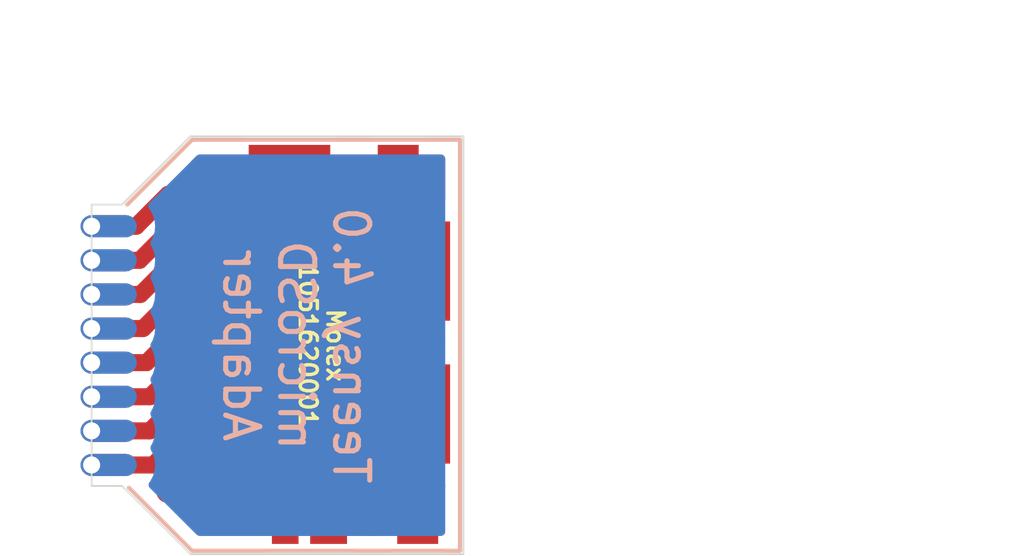
<source format=kicad_pcb>
(kicad_pcb (version 20171130) (host pcbnew "(5.1.5)-3")

  (general
    (thickness 1.6)
    (drawings 42)
    (tracks 28)
    (zones 0)
    (modules 3)
    (nets 10)
  )

  (page A4)
  (layers
    (0 F.Cu signal)
    (31 B.Cu signal)
    (32 B.Adhes user)
    (33 F.Adhes user)
    (34 B.Paste user)
    (35 F.Paste user)
    (36 B.SilkS user)
    (37 F.SilkS user)
    (38 B.Mask user)
    (39 F.Mask user)
    (40 Dwgs.User user)
    (41 Cmts.User user)
    (42 Eco1.User user)
    (43 Eco2.User user)
    (44 Edge.Cuts user)
    (45 Margin user hide)
    (46 B.CrtYd user hide)
    (47 F.CrtYd user hide)
    (48 B.Fab user hide)
    (49 F.Fab user hide)
  )

  (setup
    (last_trace_width 0.5)
    (trace_clearance 0.05)
    (zone_clearance 0.508)
    (zone_45_only no)
    (trace_min 0.2)
    (via_size 0.8)
    (via_drill 0.4)
    (via_min_size 0.4)
    (via_min_drill 0.3)
    (uvia_size 0.3)
    (uvia_drill 0.1)
    (uvias_allowed no)
    (uvia_min_size 0.2)
    (uvia_min_drill 0.1)
    (edge_width 0.05)
    (segment_width 0.2)
    (pcb_text_width 0.3)
    (pcb_text_size 1.5 1.5)
    (mod_edge_width 0.12)
    (mod_text_size 1 1)
    (mod_text_width 0.15)
    (pad_size 0.75 0.75)
    (pad_drill 0)
    (pad_to_mask_clearance 0.0508)
    (solder_mask_min_width 0.1016)
    (aux_axis_origin 0 0)
    (grid_origin 124.75 101.35)
    (visible_elements 7FFFFFFF)
    (pcbplotparams
      (layerselection 0x010f0_ffffffff)
      (usegerberextensions true)
      (usegerberattributes false)
      (usegerberadvancedattributes false)
      (creategerberjobfile false)
      (excludeedgelayer true)
      (linewidth 0.100000)
      (plotframeref false)
      (viasonmask false)
      (mode 1)
      (useauxorigin true)
      (hpglpennumber 1)
      (hpglpenspeed 20)
      (hpglpendiameter 15.000000)
      (psnegative false)
      (psa4output false)
      (plotreference true)
      (plotvalue true)
      (plotinvisibletext false)
      (padsonsilk false)
      (subtractmaskfromsilk false)
      (outputformat 1)
      (mirror false)
      (drillshape 0)
      (scaleselection 1)
      (outputdirectory "gerber/"))
  )

  (net 0 "")
  (net 1 "Net-(J1-Pad9)")
  (net 2 /DAT1)
  (net 3 /DAT0)
  (net 4 /VSS)
  (net 5 /VDD)
  (net 6 /CMD)
  (net 7 /DAT3)
  (net 8 /DAT2)
  (net 9 /CLK)

  (net_class Default "This is the default net class."
    (clearance 0.05)
    (trace_width 0.5)
    (via_dia 0.8)
    (via_drill 0.4)
    (uvia_dia 0.3)
    (uvia_drill 0.1)
    (add_net /CLK)
    (add_net /CMD)
    (add_net /DAT0)
    (add_net /DAT1)
    (add_net /DAT2)
    (add_net /DAT3)
    (add_net /VDD)
    (add_net /VSS)
    (add_net "Net-(J1-Pad9)")
  )

  (module nibelung:Teensy40_SD_Castellated (layer F.Cu) (tedit 5E0972D5) (tstamp 5E059B45)
    (at 125.258 91.735001)
    (descr "Castellated holes for SD card adapter for pads on Teensy 4.0 bottom")
    (path /5E04864C)
    (fp_text reference J2 (at 0 9) (layer F.SilkS) hide
      (effects (font (size 1 1) (thickness 0.15)))
    )
    (fp_text value Conn_01x08 (at 0 -1.5) (layer F.Fab) hide
      (effects (font (size 1 1) (thickness 0.15)))
    )
    (fp_line (start 1.5 8) (end -0.5 8) (layer F.CrtYd) (width 0.05))
    (fp_line (start 1.5 -1) (end 1.5 8) (layer F.CrtYd) (width 0.05))
    (fp_line (start -0.5 -1) (end 1.5 -1) (layer F.CrtYd) (width 0.05))
    (fp_line (start -0.5 8) (end -0.5 -1) (layer F.CrtYd) (width 0.05))
    (fp_line (start 0 -0.5) (end 0 7.5) (layer F.CrtYd) (width 0.12))
    (pad 8 thru_hole roundrect (at 0 7) (size 1.65 0.65) (drill 0.5 (offset 0.5 0)) (layers *.Cu *.Mask) (roundrect_rratio 0.5)
      (net 8 /DAT2))
    (pad 7 thru_hole roundrect (at 0 6) (size 1.65 0.65) (drill 0.5 (offset 0.5 0)) (layers *.Cu *.Mask) (roundrect_rratio 0.5)
      (net 7 /DAT3))
    (pad 6 thru_hole roundrect (at 0 5) (size 1.65 0.65) (drill 0.5 (offset 0.5 0)) (layers *.Cu *.Mask) (roundrect_rratio 0.5)
      (net 6 /CMD))
    (pad 5 thru_hole roundrect (at 0 4) (size 1.65 0.65) (drill 0.5 (offset 0.5 0)) (layers *.Cu *.Mask) (roundrect_rratio 0.5)
      (net 5 /VDD))
    (pad 4 thru_hole roundrect (at 0 3) (size 1.65 0.65) (drill 0.5 (offset 0.5 0)) (layers *.Cu *.Mask) (roundrect_rratio 0.5)
      (net 9 /CLK))
    (pad 3 thru_hole roundrect (at 0 2) (size 1.65 0.65) (drill 0.5 (offset 0.5 0)) (layers *.Cu *.Mask) (roundrect_rratio 0.5)
      (net 4 /VSS))
    (pad 2 thru_hole roundrect (at 0 1) (size 1.65 0.65) (drill 0.5 (offset 0.5 0)) (layers *.Cu *.Mask) (roundrect_rratio 0.5)
      (net 3 /DAT0))
    (pad 1 thru_hole roundrect (at 0 0) (size 1.65 0.65) (drill 0.5 (offset 0.5 0)) (layers *.Cu *.Mask) (roundrect_rratio 0.5)
      (net 2 /DAT1))
  )

  (module nibelung:Pad_0.7mm (layer F.Cu) (tedit 5E0550C1) (tstamp 5E05B570)
    (at 127.5 99.5)
    (path /5E05A259)
    (fp_text reference TP1 (at 0 1.5) (layer F.SilkS) hide
      (effects (font (size 1 1) (thickness 0.15)))
    )
    (fp_text value TestPoint (at 0 -1.5) (layer F.Fab)
      (effects (font (size 1 1) (thickness 0.15)))
    )
    (pad 1 smd circle (at 0 0) (size 0.7 0.7) (layers F.Cu F.Paste F.Mask)
      (net 1 "Net-(J1-Pad9)") (solder_mask_margin 0.03))
  )

  (module nibelung:microSD_Molex_1051620001 (layer F.Cu) (tedit 5E054C93) (tstamp 5E054461)
    (at 127.75 98.75 270)
    (path /5E05A154)
    (fp_text reference J1 (at -3.75 1.5 90) (layer F.SilkS) hide
      (effects (font (size 1 1) (thickness 0.15)))
    )
    (fp_text value Micro_SD_Card_Det_Single (at -4 -9.5 90) (layer F.Fab) hide
      (effects (font (size 1 1) (thickness 0.15)))
    )
    (pad 11 smd rect (at -2.96 -7.46 270) (size 2.91 0.55) (drill (offset 1.45 -0.275)) (layers F.Cu F.Paste F.Mask))
    (pad 8 smd rect (at -7.95 -0.5 270) (size 0.5 1) (layers F.Cu F.Paste F.Mask)
      (net 2 /DAT1))
    (pad 7 smd rect (at -6.85 -0.5 270) (size 0.5 1) (layers F.Cu F.Paste F.Mask)
      (net 3 /DAT0))
    (pad 6 smd rect (at -5.75 -0.5 270) (size 0.5 1) (layers F.Cu F.Paste F.Mask)
      (net 4 /VSS))
    (pad 5 smd rect (at -4.65 -0.5 270) (size 0.5 1) (layers F.Cu F.Paste F.Mask)
      (net 9 /CLK))
    (pad 4 smd rect (at -3.55 -0.5 270) (size 0.5 1) (layers F.Cu F.Paste F.Mask)
      (net 5 /VDD))
    (pad 3 smd rect (at -2.45 -0.5 270) (size 0.5 1) (layers F.Cu F.Paste F.Mask)
      (net 6 /CMD))
    (pad 2 smd rect (at -1.35 -0.5 270) (size 0.5 1) (layers F.Cu F.Paste F.Mask)
      (net 7 /DAT3))
    (pad 9 smd rect (at 1.775 -3.18 270) (size 1.05 0.78) (layers F.Cu F.Paste F.Mask)
      (net 1 "Net-(J1-Pad9)"))
    (pad 11 smd rect (at -7.15 -7.46 270) (size 2.91 0.55) (drill (offset 1.45 -0.275)) (layers F.Cu F.Paste F.Mask))
    (pad 10 smd rect (at 1.25 -6.46 270) (size 1.05 1.2) (drill (offset 0.525 -0.6)) (layers F.Cu F.Paste F.Mask)
      (net 4 /VSS))
    (pad 10 smd rect (at -9.4 -2.11 270) (size 1.05 2.39) (drill (offset 0.525 -1.1945)) (layers F.Cu F.Paste F.Mask)
      (net 4 /VSS))
    (pad 10 smd rect (at 1.25 -3.91 270) (size 1.05 1.08) (drill (offset 0.525 -0.54)) (layers F.Cu F.Paste F.Mask)
      (net 4 /VSS))
    (pad 10 smd rect (at -9.4 -5.89 270) (size 1.05 1.2) (drill (offset 0.525 -0.6)) (layers F.Cu F.Paste F.Mask)
      (net 4 /VSS))
    (pad 1 smd rect (at -0.25 -0.5 270) (size 0.5 1) (layers F.Cu F.Paste F.Mask)
      (net 8 /DAT2))
  )

  (gr_text "Molex\n1051620001" (at 132 95.225 270) (layer F.SilkS) (tstamp 5E096D7C)
    (effects (font (size 0.5 0.5) (thickness 0.1)))
  )
  (gr_line (start 126.3 91.1) (end 128.2 89.2) (layer B.SilkS) (width 0.12) (tstamp 5E096CC4))
  (gr_line (start 128.2 89.2) (end 136.05 89.2) (layer B.SilkS) (width 0.12) (tstamp 5E096CBE))
  (gr_line (start 136.05 89.2) (end 136.05 101.25) (layer B.SilkS) (width 0.12) (tstamp 5E096CB7))
  (gr_line (start 136.05 101.25) (end 128.2 101.25) (layer B.SilkS) (width 0.12) (tstamp 5E096CAD))
  (gr_line (start 128.2 101.25) (end 126.35 99.4) (layer B.SilkS) (width 0.12) (tstamp 5E096CA5))
  (gr_line (start 151.75 95.75) (end 152.5 95) (layer Cmts.User) (width 0.15) (tstamp 5E05B68D))
  (gr_line (start 152.5 95) (end 151.75 94.25) (layer Cmts.User) (width 0.15))
  (gr_line (start 150 95) (end 152.5 95) (layer Cmts.User) (width 0.15))
  (gr_text "TO USB\nCONNECTOR" (at 145 95.25) (layer Cmts.User) (tstamp 5E05B686)
    (effects (font (size 1 1) (thickness 0.15)))
  )
  (gr_text DAT2 (at 124.5 98.75) (layer Cmts.User) (tstamp 5E05B67E)
    (effects (font (size 0.5 0.5) (thickness 0.08)) (justify right))
  )
  (gr_text DAT3 (at 124.5 97.75) (layer Cmts.User) (tstamp 5E05B67C)
    (effects (font (size 0.5 0.5) (thickness 0.08)) (justify right))
  )
  (gr_text CMD (at 124.5 96.75) (layer Cmts.User) (tstamp 5E05B677)
    (effects (font (size 0.5 0.5) (thickness 0.08)) (justify right))
  )
  (gr_text VDD (at 124.5 95.75) (layer Cmts.User) (tstamp 5E05B5E3)
    (effects (font (size 0.5 0.5) (thickness 0.08)) (justify right))
  )
  (gr_text CLK (at 124.5 94.75) (layer Cmts.User) (tstamp 5E05B5DF)
    (effects (font (size 0.5 0.5) (thickness 0.08)) (justify right))
  )
  (gr_text VSS (at 124.5 93.75) (layer Cmts.User) (tstamp 5E05B5DB)
    (effects (font (size 0.5 0.5) (thickness 0.08)) (justify right))
  )
  (gr_text DAT1 (at 124.5 91.75) (layer Cmts.User) (tstamp 5E05B5D6)
    (effects (font (size 0.5 0.5) (thickness 0.08)) (justify right))
  )
  (gr_text DAT0 (at 124.5 92.75) (layer Cmts.User)
    (effects (font (size 0.5 0.5) (thickness 0.08)) (justify right))
  )
  (gr_line (start 128.2 101.25) (end 126.35 99.4) (layer F.SilkS) (width 0.12))
  (gr_line (start 130.35 101.25) (end 128.2 101.25) (layer F.SilkS) (width 0.12))
  (gr_line (start 134 101.25) (end 132.95 101.25) (layer F.SilkS) (width 0.12))
  (gr_line (start 136.05 101.25) (end 135.6 101.25) (layer F.SilkS) (width 0.12))
  (gr_line (start 136.05 89.2) (end 136.05 101.25) (layer F.SilkS) (width 0.12))
  (gr_line (start 135.05 89.2) (end 136.05 89.2) (layer F.SilkS) (width 0.12))
  (gr_line (start 132.45 89.2) (end 133.45 89.2) (layer F.SilkS) (width 0.12))
  (gr_line (start 128.2 89.2) (end 129.65 89.2) (layer F.SilkS) (width 0.12))
  (gr_line (start 126.3 91.1) (end 128.2 89.2) (layer F.SilkS) (width 0.12))
  (gr_text "Teensy 4.0\nmicroSD\nAdapter" (at 131.25 95.225 270) (layer B.SilkS)
    (effects (font (size 1 1) (thickness 0.15)) (justify mirror))
  )
  (gr_line (start 125.258 99.35) (end 125.258 91.1) (layer Edge.Cuts) (width 0.05) (tstamp 5E054854))
  (gr_line (start 126.15 99.35) (end 125.258 99.35) (layer Edge.Cuts) (width 0.05))
  (gr_line (start 128.15 101.35) (end 126.15 99.35) (layer Edge.Cuts) (width 0.05))
  (gr_line (start 136.15 101.35) (end 128.15 101.35) (layer Edge.Cuts) (width 0.05))
  (gr_line (start 136.15 89.1) (end 136.15 101.35) (layer Edge.Cuts) (width 0.05))
  (gr_line (start 128.15 89.1) (end 136.15 89.1) (layer Edge.Cuts) (width 0.05))
  (gr_line (start 126.15 91.1) (end 128.15 89.1) (layer Edge.Cuts) (width 0.05))
  (gr_line (start 125.258 91.1) (end 126.15 91.1) (layer Edge.Cuts) (width 0.05))
  (dimension 12.25 (width 0.15) (layer Dwgs.User)
    (gr_text "12.250 mm" (at 139.45 95.225 270) (layer Dwgs.User)
      (effects (font (size 1 1) (thickness 0.15)))
    )
    (feature1 (pts (xy 137.15 101.35) (xy 138.736421 101.35)))
    (feature2 (pts (xy 137.15 89.1) (xy 138.736421 89.1)))
    (crossbar (pts (xy 138.15 89.1) (xy 138.15 101.35)))
    (arrow1a (pts (xy 138.15 101.35) (xy 137.563579 100.223496)))
    (arrow1b (pts (xy 138.15 101.35) (xy 138.736421 100.223496)))
    (arrow2a (pts (xy 138.15 89.1) (xy 137.563579 90.226504)))
    (arrow2b (pts (xy 138.15 89.1) (xy 138.736421 90.226504)))
  )
  (dimension 10.9 (width 0.15) (layer Dwgs.User)
    (gr_text "10.900 mm" (at 130.7 85.8) (layer Dwgs.User)
      (effects (font (size 1 1) (thickness 0.15)))
    )
    (feature1 (pts (xy 136.15 88.1) (xy 136.15 86.513579)))
    (feature2 (pts (xy 125.25 88.1) (xy 125.25 86.513579)))
    (crossbar (pts (xy 125.25 87.1) (xy 136.15 87.1)))
    (arrow1a (pts (xy 136.15 87.1) (xy 135.023496 87.686421)))
    (arrow1b (pts (xy 136.15 87.1) (xy 135.023496 86.513579)))
    (arrow2a (pts (xy 125.25 87.1) (xy 126.376504 87.686421)))
    (arrow2b (pts (xy 125.25 87.1) (xy 126.376504 86.513579)))
  )
  (gr_line (start 136.15 89.1) (end 124.75 89.1) (layer Dwgs.User) (width 0.05) (tstamp 5E05473C))
  (gr_line (start 136.15 101.35) (end 136.15 89.1) (layer Dwgs.User) (width 0.05))
  (gr_line (start 124.75 101.35) (end 136.15 101.35) (layer Dwgs.User) (width 0.05))
  (gr_line (start 124.75 89.1) (end 124.75 101.35) (layer Dwgs.User) (width 0.05))

  (segment (start 128.525 100.525) (end 127.5 99.5) (width 0.5) (layer F.Cu) (net 1))
  (segment (start 130.93 100.525) (end 128.525 100.525) (width 0.5) (layer F.Cu) (net 1))
  (segment (start 126.564999 91.735001) (end 126.32 91.735001) (width 0.5) (layer F.Cu) (net 2))
  (segment (start 128.25 90.8) (end 127.5 90.8) (width 0.5) (layer F.Cu) (net 2))
  (segment (start 127.5 90.8) (end 126.564999 91.735001) (width 0.5) (layer F.Cu) (net 2))
  (segment (start 125.32 91.735001) (end 126.564999 91.735001) (width 0.5) (layer F.Cu) (net 2))
  (segment (start 126.664999 92.735001) (end 125.32 92.735001) (width 0.5) (layer F.Cu) (net 3))
  (segment (start 128.25 91.9) (end 127.5 91.9) (width 0.5) (layer F.Cu) (net 3))
  (segment (start 127.5 91.9) (end 126.664999 92.735001) (width 0.5) (layer F.Cu) (net 3))
  (segment (start 125.32 93.735001) (end 126.689974 93.735001) (width 0.5) (layer F.Cu) (net 4))
  (segment (start 127.5 93) (end 128.25 93) (width 0.5) (layer F.Cu) (net 4))
  (segment (start 127.424975 93) (end 127.5 93) (width 0.5) (layer F.Cu) (net 4))
  (segment (start 126.689974 93.735001) (end 127.424975 93) (width 0.5) (layer F.Cu) (net 4))
  (segment (start 127.4 95.2) (end 128.25 95.2) (width 0.5) (layer F.Cu) (net 5))
  (segment (start 125.32 95.735001) (end 126.864999 95.735001) (width 0.5) (layer F.Cu) (net 5))
  (segment (start 126.864999 95.735001) (end 127.4 95.2) (width 0.5) (layer F.Cu) (net 5))
  (segment (start 127.4 96.3) (end 128.25 96.3) (width 0.5) (layer F.Cu) (net 6))
  (segment (start 125.32 96.735001) (end 126.964999 96.735001) (width 0.5) (layer F.Cu) (net 6))
  (segment (start 126.964999 96.735001) (end 127.4 96.3) (width 0.5) (layer F.Cu) (net 6))
  (segment (start 127.3 97.4) (end 128.25 97.4) (width 0.5) (layer F.Cu) (net 7))
  (segment (start 125.32 97.735001) (end 126.964999 97.735001) (width 0.5) (layer F.Cu) (net 7))
  (segment (start 126.964999 97.735001) (end 127.3 97.4) (width 0.5) (layer F.Cu) (net 7))
  (segment (start 125.32 98.735001) (end 127.064999 98.735001) (width 0.5) (layer F.Cu) (net 8))
  (segment (start 127.3 98.5) (end 128.25 98.5) (width 0.5) (layer F.Cu) (net 8))
  (segment (start 127.064999 98.735001) (end 127.3 98.5) (width 0.5) (layer F.Cu) (net 8))
  (segment (start 125.32 94.735001) (end 126.764999 94.735001) (width 0.5) (layer F.Cu) (net 9))
  (segment (start 127.4 94.1) (end 128.25 94.1) (width 0.5) (layer F.Cu) (net 9))
  (segment (start 126.764999 94.735001) (end 127.4 94.1) (width 0.5) (layer F.Cu) (net 9))

  (zone (net 0) (net_name "") (layer B.Cu) (tstamp 0) (hatch edge 0.508)
    (connect_pads (clearance 0.508))
    (min_thickness 0.254)
    (fill yes (arc_segments 32) (thermal_gap 0.508) (thermal_bridge_width 0.508))
    (polygon
      (pts
        (xy 136.15 101.35) (xy 124.75 101.35) (xy 124.75 89.1) (xy 136.15 89.1)
      )
    )
    (filled_polygon
      (pts
        (xy 135.490001 100.69) (xy 128.423381 100.69) (xy 127.051503 99.318123) (xy 127.079552 99.283945) (xy 127.170859 99.113121)
        (xy 127.227086 98.927765) (xy 127.246072 98.735002) (xy 127.246072 98.735) (xy 127.227086 98.542237) (xy 127.170859 98.356881)
        (xy 127.105713 98.235001) (xy 127.170859 98.113121) (xy 127.227086 97.927765) (xy 127.246072 97.735002) (xy 127.246072 97.735)
        (xy 127.227086 97.542237) (xy 127.170859 97.356881) (xy 127.105713 97.235001) (xy 127.170859 97.113121) (xy 127.227086 96.927765)
        (xy 127.246072 96.735002) (xy 127.246072 96.735) (xy 127.227086 96.542237) (xy 127.170859 96.356881) (xy 127.105713 96.235001)
        (xy 127.170859 96.113121) (xy 127.227086 95.927765) (xy 127.246072 95.735002) (xy 127.246072 95.735) (xy 127.227086 95.542237)
        (xy 127.170859 95.356881) (xy 127.105713 95.235001) (xy 127.170859 95.113121) (xy 127.227086 94.927765) (xy 127.246072 94.735002)
        (xy 127.246072 94.735) (xy 127.227086 94.542237) (xy 127.170859 94.356881) (xy 127.105713 94.235001) (xy 127.170859 94.113121)
        (xy 127.227086 93.927765) (xy 127.246072 93.735002) (xy 127.246072 93.735) (xy 127.227086 93.542237) (xy 127.170859 93.356881)
        (xy 127.105713 93.235001) (xy 127.170859 93.113121) (xy 127.227086 92.927765) (xy 127.246072 92.735002) (xy 127.246072 92.735)
        (xy 127.227086 92.542237) (xy 127.170859 92.356881) (xy 127.105713 92.235001) (xy 127.170859 92.113121) (xy 127.227086 91.927765)
        (xy 127.246072 91.735002) (xy 127.246072 91.735) (xy 127.227086 91.542237) (xy 127.170859 91.356881) (xy 127.079552 91.186057)
        (xy 127.042487 91.140893) (xy 128.423381 89.76) (xy 135.49 89.76)
      )
    )
  )
  (zone (net 4) (net_name /VSS) (layer F.Cu) (tstamp 5E0557D9) (hatch edge 0.508)
    (connect_pads (clearance 0.508))
    (min_thickness 0.254)
    (fill yes (arc_segments 32) (thermal_gap 0.508) (thermal_bridge_width 0.508))
    (polygon
      (pts
        (xy 136.15 89.1) (xy 124.75 89.1) (xy 124.75 101.35) (xy 136.15 101.35)
      )
    )
    (filled_polygon
      (pts
        (xy 135.49 90.956928) (xy 135.21 90.956928) (xy 135.130466 90.964761) (xy 135.194494 90.930537) (xy 135.291185 90.851185)
        (xy 135.370537 90.754494) (xy 135.429502 90.64418) (xy 135.465812 90.524482) (xy 135.478072 90.4) (xy 135.475 90.16075)
        (xy 135.31625 90.002) (xy 134.367 90.002) (xy 134.367 90.87625) (xy 134.52575 91.035) (xy 134.84 91.038072)
        (xy 134.919534 91.030239) (xy 134.855506 91.064463) (xy 134.758815 91.143815) (xy 134.679463 91.240506) (xy 134.620498 91.35082)
        (xy 134.584188 91.470518) (xy 134.571928 91.595) (xy 134.571928 94.505) (xy 134.584188 94.629482) (xy 134.620498 94.74918)
        (xy 134.679463 94.859494) (xy 134.758815 94.956185) (xy 134.855506 95.035537) (xy 134.96582 95.094502) (xy 135.085518 95.130812)
        (xy 135.21 95.143072) (xy 135.49 95.143072) (xy 135.49 95.146928) (xy 135.21 95.146928) (xy 135.085518 95.159188)
        (xy 134.96582 95.195498) (xy 134.855506 95.254463) (xy 134.758815 95.333815) (xy 134.679463 95.430506) (xy 134.620498 95.54082)
        (xy 134.584188 95.660518) (xy 134.571928 95.785) (xy 134.571928 98.695) (xy 134.584188 98.819482) (xy 134.620498 98.93918)
        (xy 134.679463 99.049494) (xy 134.758815 99.146185) (xy 134.855506 99.225537) (xy 134.96582 99.284502) (xy 135.085518 99.320812)
        (xy 135.21 99.333072) (xy 135.490001 99.333072) (xy 135.490001 99.369807) (xy 135.41 99.361928) (xy 135.09575 99.365)
        (xy 134.937 99.52375) (xy 134.937 100.398) (xy 134.957 100.398) (xy 134.957 100.652) (xy 134.937 100.652)
        (xy 134.937 100.672) (xy 134.683 100.672) (xy 134.683 100.652) (xy 133.73375 100.652) (xy 133.69575 100.69)
        (xy 133.25425 100.69) (xy 133.21625 100.652) (xy 132.327 100.652) (xy 132.327 100.672) (xy 132.073 100.672)
        (xy 132.073 100.652) (xy 132.053 100.652) (xy 132.053 100.398) (xy 132.073 100.398) (xy 132.073 99.52375)
        (xy 132.327 99.52375) (xy 132.327 100.398) (xy 133.21625 100.398) (xy 133.375 100.23925) (xy 133.378072 100)
        (xy 133.571928 100) (xy 133.575 100.23925) (xy 133.73375 100.398) (xy 134.683 100.398) (xy 134.683 99.52375)
        (xy 134.52425 99.365) (xy 134.21 99.361928) (xy 134.085518 99.374188) (xy 133.96582 99.410498) (xy 133.855506 99.469463)
        (xy 133.758815 99.548815) (xy 133.679463 99.645506) (xy 133.620498 99.75582) (xy 133.584188 99.875518) (xy 133.571928 100)
        (xy 133.378072 100) (xy 133.365812 99.875518) (xy 133.329502 99.75582) (xy 133.270537 99.645506) (xy 133.191185 99.548815)
        (xy 133.094494 99.469463) (xy 132.98418 99.410498) (xy 132.864482 99.374188) (xy 132.74 99.361928) (xy 132.48575 99.365)
        (xy 132.327 99.52375) (xy 132.073 99.52375) (xy 131.91425 99.365) (xy 131.66 99.361928) (xy 131.535518 99.374188)
        (xy 131.49 99.387996) (xy 131.444482 99.374188) (xy 131.32 99.361928) (xy 130.54 99.361928) (xy 130.415518 99.374188)
        (xy 130.29582 99.410498) (xy 130.185506 99.469463) (xy 130.088815 99.548815) (xy 130.013982 99.64) (xy 128.891579 99.64)
        (xy 128.639651 99.388072) (xy 128.75 99.388072) (xy 128.874482 99.375812) (xy 128.99418 99.339502) (xy 129.104494 99.280537)
        (xy 129.201185 99.201185) (xy 129.280537 99.104494) (xy 129.339502 98.99418) (xy 129.375812 98.874482) (xy 129.388072 98.75)
        (xy 129.388072 98.25) (xy 129.375812 98.125518) (xy 129.339502 98.00582) (xy 129.309665 97.95) (xy 129.339502 97.89418)
        (xy 129.375812 97.774482) (xy 129.388072 97.65) (xy 129.388072 97.15) (xy 129.375812 97.025518) (xy 129.339502 96.90582)
        (xy 129.309665 96.85) (xy 129.339502 96.79418) (xy 129.375812 96.674482) (xy 129.388072 96.55) (xy 129.388072 96.05)
        (xy 129.375812 95.925518) (xy 129.339502 95.80582) (xy 129.309665 95.75) (xy 129.339502 95.69418) (xy 129.375812 95.574482)
        (xy 129.388072 95.45) (xy 129.388072 94.95) (xy 129.375812 94.825518) (xy 129.339502 94.70582) (xy 129.309665 94.65)
        (xy 129.339502 94.59418) (xy 129.375812 94.474482) (xy 129.388072 94.35) (xy 129.388072 93.85) (xy 129.375812 93.725518)
        (xy 129.339502 93.60582) (xy 129.309724 93.55011) (xy 129.33465 93.505579) (xy 129.373277 93.386609) (xy 129.385 93.28175)
        (xy 129.22625 93.123) (xy 128.377 93.123) (xy 128.377 93.147) (xy 128.123 93.147) (xy 128.123 93.123)
        (xy 128.103 93.123) (xy 128.103 92.877) (xy 128.123 92.877) (xy 128.123 92.853) (xy 128.377 92.853)
        (xy 128.377 92.877) (xy 129.22625 92.877) (xy 129.385 92.71825) (xy 129.373277 92.613391) (xy 129.33465 92.494421)
        (xy 129.309724 92.44989) (xy 129.339502 92.39418) (xy 129.375812 92.274482) (xy 129.388072 92.15) (xy 129.388072 91.65)
        (xy 129.375812 91.525518) (xy 129.339502 91.40582) (xy 129.309665 91.35) (xy 129.339502 91.29418) (xy 129.375812 91.174482)
        (xy 129.388072 91.05) (xy 129.388072 90.826519) (xy 129.408315 90.851185) (xy 129.505006 90.930537) (xy 129.61532 90.989502)
        (xy 129.735018 91.025812) (xy 129.8595 91.038072) (xy 130.76875 91.035) (xy 130.9275 90.87625) (xy 130.9275 90.002)
        (xy 131.1815 90.002) (xy 131.1815 90.87625) (xy 131.34025 91.035) (xy 132.2495 91.038072) (xy 132.373982 91.025812)
        (xy 132.49368 90.989502) (xy 132.603994 90.930537) (xy 132.700685 90.851185) (xy 132.780037 90.754494) (xy 132.839002 90.64418)
        (xy 132.875312 90.524482) (xy 132.887572 90.4) (xy 133.001928 90.4) (xy 133.014188 90.524482) (xy 133.050498 90.64418)
        (xy 133.109463 90.754494) (xy 133.188815 90.851185) (xy 133.285506 90.930537) (xy 133.39582 90.989502) (xy 133.515518 91.025812)
        (xy 133.64 91.038072) (xy 133.95425 91.035) (xy 134.113 90.87625) (xy 134.113 90.002) (xy 133.16375 90.002)
        (xy 133.005 90.16075) (xy 133.001928 90.4) (xy 132.887572 90.4) (xy 132.8845 90.16075) (xy 132.72575 90.002)
        (xy 131.1815 90.002) (xy 130.9275 90.002) (xy 129.38325 90.002) (xy 129.239612 90.145638) (xy 129.201185 90.098815)
        (xy 129.104494 90.019463) (xy 128.99418 89.960498) (xy 128.874482 89.924188) (xy 128.75 89.911928) (xy 128.271453 89.911928)
        (xy 128.423381 89.76) (xy 135.49 89.76)
      )
    )
  )
)

</source>
